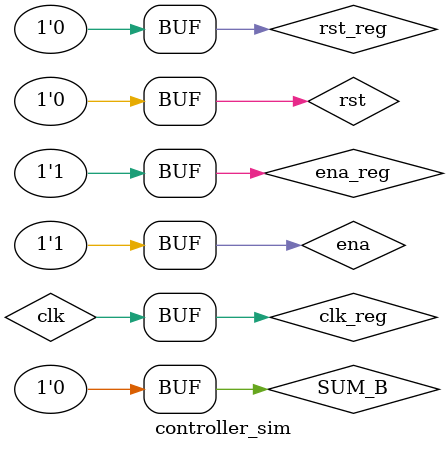
<source format=v>
`timescale 1 ps/ 1 ps
`define CLK_PERIOD 10


module controller_sim #(parameter SIZE = 32) ();

wire clk;
wire ena;
wire rst;
wire MPX4_ack;
wire MPX2A_ack;
wire MUL_ack;
wire MUL_pop_ack;   // new
//wire MPX2B_ack;
wire SUM_ack;
wire XOR_ack;
wire ACC_ack;
wire ACC_pop;       // new
wire ACC_push;       // new
wire RV_ack;
//wire MPX4_en;
wire [3:0] MPX4_sel;
wire MPX4_pop;      // new
//wire MPX2A_en;
wire [2:0] MPX2A_sel;
wire MPX2A_push;    // new
wire MPX2A_pop;     // new
wire MUL_en;
wire MUL_push;      // new
wire MUL_pop;       // new
wire MPX2B_en;
wire [1:0] MPX2B_sel;
//wire SUM_en;
wire SUM_push;      // new
wire SUM_pop;       // new
wire XOR_en;
//wire ACC_en;
wire RV_en;
wire [9:0] state_out;

//MPX4 ONLY
wire MPX4_dout;

//MPX2A ONLY
wire MPX2A_dout;
wire [SIZE-1:0] MPX2A_out;

//MPX2A
wire MPX2A_iDY1;
wire MPX2A_iDY2;
wire MPX2A_iDY3;
wire MPX2A_iACC;

//MUL
wire MUL_dout;
//MUL ONLY
wire [SIZE-1:0] MUL_result_out;
wire [SIZE-1:0] MUL_A_out;
wire [SIZE-1:0] MUL_B_out;

// SUM
wire SUM_B;             // âõîä îò MPX2B
wire SUM_dout;
//SUM ONLY
wire [SIZE-1:0] SUM_result_out;
wire [SIZE-1:0] SUM_A_out;
wire [SIZE-1:0] SUM_B_out;

//ACC
wire ACC_dout;
//ACC ONLY
wire [SIZE-1:0] REG_out;

// XOR ONLY
wire XOR_push;
wire XOR_pop;
wire [SIZE-1:0] XOR_dop_out;

//XOR
wire XOR_dout;

// RV ONLY
wire RV_push;
wire RV_pop;
wire [SIZE-1:0] RV_REG_out;

//RV
wire RV_dout;

//MPX2B
wire MPX2B_dout;

wire qqq;

//regs
reg clk_reg;
reg ena_reg;
reg rst_reg;

//reg2wire
assign clk = clk_reg;
assign ena = ena_reg;
assign rst = rst_reg;
assign SUM_B = 0;

// assign statements (if any)  
MPX2B mpx2b(
        .clk(clk),
        .RV(RV_dout),
        .XOR(XOR_dout),
        .sel(MPX2B_sel),
        .dout(MPX2B_dout)
        );
RV rv(
        .clk(clk),
        .din(ACC_dout),
        .push(RV_push),
        .pop(MUL_pop),
        .RV_out(RV_REG_out),
        .RV_ack(RV_ack),
        .dout(RV_dout)
        );

XOR xor1(
        .clk(clk),
        .din(ACC_dout),
        .push(XOR_push),
        .pop(MUL_pop),
        .REG_dop_out(XOR_dop_out),
        .XOR_ack(XOR_ack),
        .dout(XOR_dout)
);    

ACC acc(
        .clk(clk),
        .pop(ACC_pop),
        .push(ACC_push),
        .din(SUM_dout),
        .REG_out(REG_out),
        .ACC_ack(ACC_ack),
        .dout(ACC_dout)
        );

SUM sum(
        .clk(clk),
        .pop(SUM_pop),
        .push(SUM_push),
        .A(MUL_dout),
        .B(MPX2B_dout),
        .result_out(SUM_result_out),
        .A_out(SUM_A_out),
        .B_out(SUM_B_out),
        .SUM_ack(SUM_ack),
        .dout(SUM_dout)
        );


MUL mul(
        .clk(clk),
        .pop(MUL_pop),
        .push(MUL_push),
        .A(MPX4_dout),
        .B(MPX2A_dout),
        .ena(MUL_en),
        .MUL_ack(MUL_ack),
        .MUL_pop_ack(MUL_pop_ack),
        .result_out(MUL_result_out),
        .A_out(MUL_A_out),
        .B_out(MUL_B_out),
        .dout(MUL_dout)
);        
    
MPX2A mpx2a(
        .clk(clk),
        .pop(MPX2A_pop),
        .push(MPX2A_push),
        .iDY1(MUL_dout),
        .iDY2(MUL_dout),
        .iDY3(MUL_dout),
        .iACC(ACC_dout),
        .sel(MPX2A_sel),
        .MPX2A_ACC_out(MPX2A_out),
        .MPX2A_ack(MPX2A_ack),
        .dout(MPX2A_dout)
);

MPX4 mpx4(
        .clk(clk),
        .pop(MPX4_pop),
        .sel(MPX4_sel),
        .MPX4_ack(MPX4_ack),
        .dout(MPX4_dout)
);

controller i1 (
// port map - connection between master ports and signals/registers   
        .clk(clk),
        .ena(ena),
        .rst(rst),
        .MPX4_pop(MPX4_pop),    // +
        .MPX4_ack(MPX4_ack),
        .MPX2A_push(MPX2A_push),    // +
        .MPX2A_pop(MPX2A_pop),      // +
        .MPX2A_ack(MPX2A_ack),
        .MUL_push(MUL_push),        // +
        .MUL_pop(MUL_pop),          // +
        .MUL_ack(MUL_ack),
        .MUL_pop_ack(MUL_pop_ack),  // +
        //.MPX2B_ack(MPX2B_ack),
        .SUM_ack(SUM_ack),
        .XOR_push(XOR_push),
        .XOR_pop(XOR_pop),
        .XOR_ack(XOR_ack),
        .ACC_ack(ACC_ack),
        .RV_push(RV_push),
        .RV_pop(RV_pop),
        .RV_ack(RV_ack),
        //.MPX4_en(MPX4_en),
        .MPX4_sel(MPX4_sel),
        //.MPX2A_en(MPX2A_en),
        .MPX2A_sel(MPX2A_sel),
        .MUL_en(MUL_en),
        //.MPX2B_en(MPX2B_en),
        .MPX2B_sel(MPX2B_sel),
        .SUM_push(SUM_push),
        .SUM_pop(SUM_pop),
        .XOR_en(XOR_en),
        //.ACC_en(ACC_en),
        .ACC_push(ACC_push),
        .ACC_pop(ACC_pop),
        .state_out(state_out)
);

initial                                                
begin                                                  
  clk_reg = 0;
  ena_reg = 0;    
  rst_reg = 0;                                 
  $display("Running testbench");                       
end                                                    

always #(`CLK_PERIOD/2) clk_reg = (clk_reg !== 1) ? 1:0;                                      

//start test
initial begin
    #0 ena_reg = 1; rst_reg = 1;
    #10 rst_reg = 0;

//    #325 MPX4_ack_reg = 1; MPX2A_ack_reg = 1;
//    #10 MPX4_ack_reg = 0; MPX2A_ack_reg = 0;
//    #335 MUL_ack_reg = 1;
//    #10 MUL_ack_reg = 0;
end

endmodule
</source>
